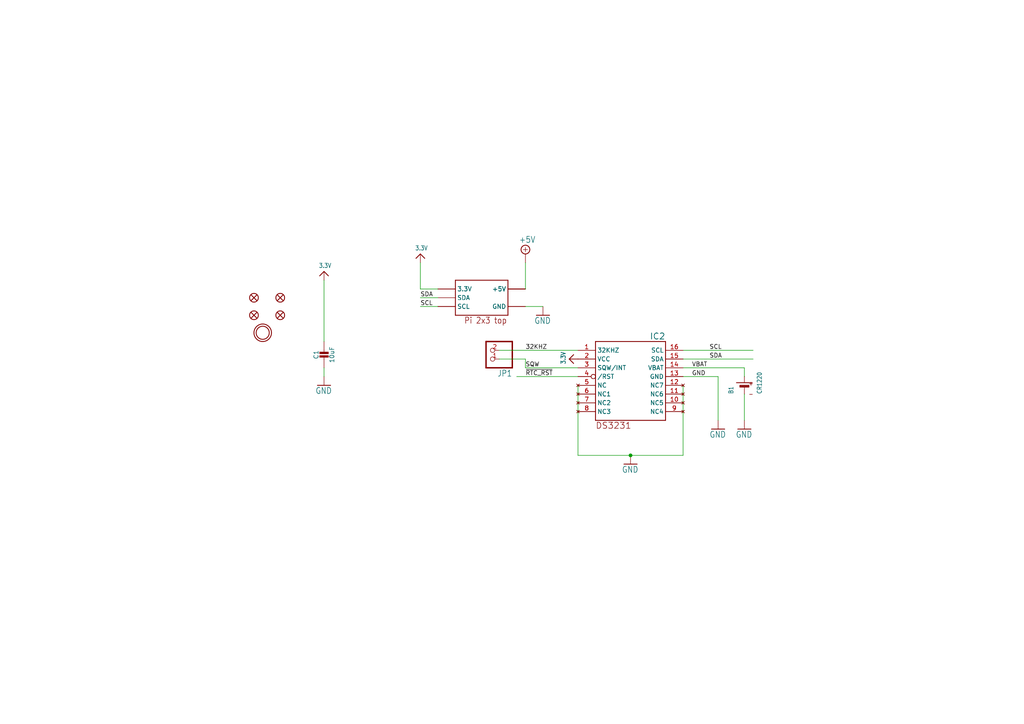
<source format=kicad_sch>
(kicad_sch (version 20230121) (generator eeschema)
  (paper "A4")
  (lib_symbols
    (symbol "working-eagle-import:+5V" (power)
      (property "Value" "+5V" (at -1.905 3.175 0))
      (symbol "+5V_1_0"
        (polyline (pts (xy -0.635 1.27) (xy 0.635 1.27)) (stroke (width 0.1524)))
        (polyline (pts (xy 0 0.635) (xy 0 1.905)) (stroke (width 0.1524)))
        (circle (center 0 1.27) (radius 1.27) (stroke (width 0.254)))
        (pin power_in line (at 0 -2.54 90) (length 2.54) (name "+5V") (number "1"))
      )
    )
    (symbol "working-eagle-import:3.3V" (power)
      (property "Value" "3.3V" (at -1.524 1.016 0))
      (symbol "3.3V_1_0"
        (polyline (pts (xy -1.27 -1.27) (xy 0 0)) (stroke (width 0.254)))
        (polyline (pts (xy 0 0) (xy 1.27 -1.27)) (stroke (width 0.254)))
        (pin power_in line (at 0 -2.54 90) (length 2.54) (name "3.3V") (number "1"))
      )
    )
    (symbol "working-eagle-import:BATTERYCR1220_SMT"
      (property "Reference" "B" (at -2.54 3.175 0))
      (symbol "BATTERYCR1220_SMT_1_0"
        (polyline (pts (xy -2.54 0) (xy -0.635 0)) (stroke (width 0.1524)))
        (polyline (pts (xy -0.508 -1.27) (xy -0.508 1.27)) (stroke (width 0.254)))
        (polyline (pts (xy -0.508 1.27) (xy -0.254 1.27)) (stroke (width 0.254)))
        (polyline (pts (xy -0.254 -1.27) (xy -0.508 -1.27)) (stroke (width 0.254)))
        (polyline (pts (xy -0.254 1.27) (xy -0.254 -1.27)) (stroke (width 0.254)))
        (polyline (pts (xy -0.254 1.27) (xy 0 1.27)) (stroke (width 0.254)))
        (polyline (pts (xy 0 -1.27) (xy -0.254 -1.27)) (stroke (width 0.254)))
        (polyline (pts (xy 0 1.27) (xy 0 -1.27)) (stroke (width 0.254)))
        (polyline (pts (xy 0.762 2.286) (xy 0.762 -2.286)) (stroke (width 0.254)))
        (polyline (pts (xy 0.889 0) (xy 2.54 0)) (stroke (width 0.1524)))
        (text "+" (at 1.27 -1.143 900) (effects (font (size 1.27 1.0795)) (justify right top)))
        (text "-" (at -1.778 -1.143 900) (effects (font (size 1.27 1.0795)) (justify right top)))
        (pin passive line (at 2.54 0 180) (length 0) (name "+") (number "+$1"))
        (pin passive line (at 2.54 0 180) (length 0) (name "+") (number "+$2"))
        (pin passive line (at -2.54 0 0) (length 0) (name "-") (number "-"))
      )
    )
    (symbol "working-eagle-import:CAP_CERAMIC0805-NOOUTLINE"
      (property "Reference" "C" (at -2.29 1.25 90))
      (symbol "CAP_CERAMIC0805-NOOUTLINE_1_0"
        (rectangle (start -1.27 0.508) (end 1.27 1.016) (fill (type outline)))
        (rectangle (start -1.27 1.524) (end 1.27 2.032) (fill (type outline)))
        (polyline (pts (xy 0 0.762) (xy 0 0)) (stroke (width 0.1524)))
        (polyline (pts (xy 0 2.54) (xy 0 1.778)) (stroke (width 0.1524)))
        (pin passive line (at 0 5.08 270) (length 2.54) (name "1") (number "1"))
        (pin passive line (at 0 -2.54 90) (length 2.54) (name "2") (number "2"))
      )
    )
    (symbol "working-eagle-import:DS3231/SO"
      (property "Reference" "IC" (at 10.16 15.24 0))
      (symbol "DS3231/SO_1_0"
        (polyline (pts (xy -10.16 -10.16) (xy -10.16 12.7)) (stroke (width 0.254)))
        (polyline (pts (xy -10.16 12.7) (xy 10.16 12.7)) (stroke (width 0.254)))
        (polyline (pts (xy 10.16 -10.16) (xy -10.16 -10.16)) (stroke (width 0.254)))
        (polyline (pts (xy 10.16 12.7) (xy 10.16 -10.16)) (stroke (width 0.254)))
        (text "DS3231" (at -10.16 -12.7 0) (effects (font (size 1.778 1.778)) (justify left bottom)))
        (pin output line (at -15.24 10.16 0) (length 5.08) (name "32KHZ") (number "1"))
        (pin no_connect line (at 15.24 -5.08 180) (length 5.08) (name "NC5") (number "10"))
        (pin no_connect line (at 15.24 -2.54 180) (length 5.08) (name "NC6") (number "11"))
        (pin no_connect line (at 15.24 0 180) (length 5.08) (name "NC7") (number "12"))
        (pin power_in line (at 15.24 2.54 180) (length 5.08) (name "GND") (number "13"))
        (pin power_in line (at 15.24 5.08 180) (length 5.08) (name "VBAT") (number "14"))
        (pin bidirectional line (at 15.24 7.62 180) (length 5.08) (name "SDA") (number "15"))
        (pin bidirectional line (at 15.24 10.16 180) (length 5.08) (name "SCL") (number "16"))
        (pin power_in line (at -15.24 7.62 0) (length 5.08) (name "VCC") (number "2"))
        (pin output line (at -15.24 5.08 0) (length 5.08) (name "SQW/INT") (number "3"))
        (pin passive inverted (at -15.24 2.54 0) (length 5.08) (name "/RST") (number "4"))
        (pin no_connect line (at -15.24 0 0) (length 5.08) (name "NC") (number "5"))
        (pin no_connect line (at -15.24 -2.54 0) (length 5.08) (name "NC1") (number "6"))
        (pin no_connect line (at -15.24 -5.08 0) (length 5.08) (name "NC2") (number "7"))
        (pin no_connect line (at -15.24 -7.62 0) (length 5.08) (name "NC3") (number "8"))
        (pin no_connect line (at 15.24 -7.62 180) (length 5.08) (name "NC4") (number "9"))
      )
    )
    (symbol "working-eagle-import:FIDUCIAL_1MM"
      (symbol "FIDUCIAL_1MM_1_0"
        (polyline (pts (xy -0.762 0.762) (xy 0.762 -0.762)) (stroke (width 0.254)))
        (polyline (pts (xy 0.762 0.762) (xy -0.762 -0.762)) (stroke (width 0.254)))
        (circle (center 0 0) (radius 1.27) (stroke (width 0.254)))
      )
    )
    (symbol "working-eagle-import:GND" (power)
      (property "Value" "GND" (at -2.54 -2.54 0))
      (symbol "GND_1_0"
        (polyline (pts (xy -1.905 0) (xy 1.905 0)) (stroke (width 0.254)))
        (pin power_in line (at 0 2.54 270) (length 2.54) (name "GND") (number "1"))
      )
    )
    (symbol "working-eagle-import:HEADER-1X2ROUND"
      (property "Reference" "JP" (at -6.35 5.715 0))
      (symbol "HEADER-1X2ROUND_1_0"
        (polyline (pts (xy -6.35 -2.54) (xy 1.27 -2.54)) (stroke (width 0.4064)))
        (polyline (pts (xy -6.35 5.08) (xy -6.35 -2.54)) (stroke (width 0.4064)))
        (polyline (pts (xy 1.27 -2.54) (xy 1.27 5.08)) (stroke (width 0.4064)))
        (polyline (pts (xy 1.27 5.08) (xy -6.35 5.08)) (stroke (width 0.4064)))
        (pin passive inverted (at -2.54 2.54 0) (length 2.54) (name "1") (number "1"))
        (pin passive inverted (at -2.54 0 0) (length 2.54) (name "2") (number "2"))
      )
    )
    (symbol "working-eagle-import:MOUNTINGHOLE3.0THIN"
      (symbol "MOUNTINGHOLE3.0THIN_1_0"
        (circle (center 0 0) (radius 1.905) (stroke (width 0.254)))
        (circle (center 0 0) (radius 2.54) (stroke (width 0.254)))
      )
    )
    (symbol "working-eagle-import:RASPBERRYPI_2X3"
      (symbol "RASPBERRYPI_2X3_1_0"
        (polyline (pts (xy -7.62 -5.08) (xy -7.62 5.08)) (stroke (width 0.254)))
        (polyline (pts (xy -7.62 5.08) (xy 7.62 5.08)) (stroke (width 0.254)))
        (polyline (pts (xy 7.62 -5.08) (xy -7.62 -5.08)) (stroke (width 0.254)))
        (polyline (pts (xy 7.62 5.08) (xy 7.62 -5.08)) (stroke (width 0.254)))
        (text "Pi 2x3 top" (at -5.08 -7.62 0) (effects (font (size 1.778 1.5113)) (justify left bottom)))
        (pin bidirectional line (at -12.7 2.54 0) (length 5.08) (name "3.3V") (number "1"))
        (pin bidirectional line (at -12.7 2.54 0) (length 5.08) (name "3.3V") (number "1'"))
        (pin bidirectional line (at 12.7 2.54 180) (length 5.08) (name "+5V") (number "2"))
        (pin bidirectional line (at 12.7 2.54 180) (length 5.08) (name "+5V") (number "2'"))
        (pin bidirectional line (at -12.7 0 0) (length 5.08) (name "SDA") (number "3"))
        (pin bidirectional line (at -12.7 0 0) (length 5.08) (name "SDA") (number "3'"))
        (pin bidirectional line (at 12.7 2.54 180) (length 5.08) (name "+5V") (number "4"))
        (pin bidirectional line (at 12.7 2.54 180) (length 5.08) (name "+5V") (number "4'"))
        (pin bidirectional line (at -12.7 -2.54 0) (length 5.08) (name "SCL") (number "5"))
        (pin bidirectional line (at -12.7 -2.54 0) (length 5.08) (name "SCL") (number "5'"))
        (pin bidirectional line (at 12.7 -2.54 180) (length 5.08) (name "GND") (number "6"))
        (pin bidirectional line (at 12.7 -2.54 180) (length 5.08) (name "GND") (number "6'"))
      )
    )
  )
  (junction (at 182.88 132.08))
  (wire (pts (xy 198.12 111.76) (xy 198.12 132.08)) (stroke (width 0.1524)))
  (wire (pts (xy 167.64 132.08) (xy 182.88 132.08)) (stroke (width 0.1524)))
  (wire (pts (xy 167.64 111.76) (xy 167.64 132.08)) (stroke (width 0.1524)))
  (wire (pts (xy 121.92 88.9) (xy 127 88.9)) (stroke (width 0.1524)))
  (wire (pts (xy 215.9 109.22) (xy 215.9 106.68)) (stroke (width 0.1524)))
  (wire (pts (xy 182.88 132.08) (xy 198.12 132.08)) (stroke (width 0.1524)))
  (wire (pts (xy 121.92 83.82) (xy 121.92 76.2)) (stroke (width 0.1524)))
  (wire (pts (xy 144.78 101.6) (xy 167.64 101.6)) (stroke (width 0.1524)))
  (wire (pts (xy 127 86.36) (xy 121.92 86.36)) (stroke (width 0.1524)))
  (wire (pts (xy 208.28 121.92) (xy 208.28 109.22)) (stroke (width 0.1524)))
  (wire (pts (xy 218.44 104.14) (xy 198.12 104.14)) (stroke (width 0.1524)))
  (wire (pts (xy 198.12 106.68) (xy 215.9 106.68)) (stroke (width 0.1524)))
  (wire (pts (xy 152.4 104.14) (xy 144.78 104.14)) (stroke (width 0.1524)))
  (wire (pts (xy 215.9 114.3) (xy 215.9 121.92)) (stroke (width 0.1524)))
  (wire (pts (xy 198.12 109.22) (xy 208.28 109.22)) (stroke (width 0.1524)))
  (wire (pts (xy 149.86 109.22) (xy 167.64 109.22)) (stroke (width 0.1524)))
  (wire (pts (xy 152.4 106.68) (xy 167.64 106.68)) (stroke (width 0.1524)))
  (wire (pts (xy 152.4 106.68) (xy 152.4 104.14)) (stroke (width 0.1524)))
  (wire (pts (xy 93.98 99.06) (xy 93.98 81.28)) (stroke (width 0.1524)))
  (wire (pts (xy 152.4 76.2) (xy 152.4 83.82)) (stroke (width 0.1524)))
  (wire (pts (xy 93.98 109.22) (xy 93.98 106.68)) (stroke (width 0.1524)))
  (wire (pts (xy 127 83.82) (xy 121.92 83.82)) (stroke (width 0.1524)))
  (wire (pts (xy 152.4 88.9) (xy 157.48 88.9)) (stroke (width 0.1524)))
  (wire (pts (xy 198.12 101.6) (xy 218.44 101.6)) (stroke (width 0.1524)))
  (label "SCL" (at 121.92 88.9 0) (effects (font (size 1.2446 1.2446))))
  (label "SDA" (at 121.92 86.36 0) (effects (font (size 1.2446 1.2446))))
  (label "SQW" (at 152.4 106.68 0) (effects (font (size 1.2446 1.2446))))
  (label "SDA" (at 205.74 104.14 0) (effects (font (size 1.2446 1.2446))))
  (label "~{RTC_RST}" (at 152.4 109.22 0) (effects (font (size 1.2446 1.2446))))
  (label "GND" (at 200.66 109.22 0) (effects (font (size 1.2446 1.2446))))
  (label "32KHZ" (at 152.4 101.6 0) (effects (font (size 1.2446 1.2446))))
  (label "VBAT" (at 200.66 106.68 0) (effects (font (size 1.2446 1.2446))))
  (label "SCL" (at 205.74 101.6 0) (effects (font (size 1.2446 1.2446))))
  (symbol (lib_id "working-eagle-import:GND") (at 182.88 134.62 0) (unit 1)
    (property "Reference" "#GND1" (effects hide))
    (property "Value" "GND" (at 180.34 137.16 0) (effects (font (size 1.778 1.5113)) (justify left bottom)))
  )
  (symbol (lib_id "working-eagle-import:3.3V") (at 165.1 104.14 90) (unit 1)
    (property "Reference" "#U$6" (effects hide))
    (property "Value" "3.3V" (at 164.084 105.664 0) (effects (font (size 1.27 1.0795)) (justify left bottom)))
  )
  (symbol (lib_id "working-eagle-import:GND") (at 93.98 111.76 0) (unit 1)
    (property "Reference" "#GND2" (effects hide))
    (property "Value" "GND" (at 91.44 114.3 0) (effects (font (size 1.778 1.5113)) (justify left bottom)))
  )
  (symbol (lib_id "working-eagle-import:+5V") (at 152.4 73.66 0) (unit 1)
    (property "Reference" "#SUPPLY1" (effects hide))
    (property "Value" "+5V" (at 150.495 70.485 0) (effects (font (size 1.778 1.5113)) (justify left bottom)))
  )
  (symbol (lib_id "working-eagle-import:3.3V") (at 121.92 73.66 0) (unit 1)
    (property "Reference" "#U$5" (effects hide))
    (property "Value" "3.3V" (at 120.396 72.644 0) (effects (font (size 1.27 1.0795)) (justify left bottom)))
  )
  (symbol (lib_id "working-eagle-import:FIDUCIAL_1MM") (at 81.28 91.44 0) (unit 1)
    (property "Reference" "FID2" (effects hide))
    (property "Value" "FIDUCIAL_1MM" (effects hide))
    (property "Footprint" "working:FIDUCIAL_1MM" (effects hide))
  )
  (symbol (lib_id "working-eagle-import:DS3231/SO") (at 182.88 111.76 0) (unit 1)
    (property "Reference" "IC2" (at 193.04 96.52 0) (effects (font (size 1.778 1.778)) (justify right top)))
    (property "Value" "DS3231/SO" (effects hide))
    (property "Footprint" "working:SO16W" (effects hide))
  )
  (symbol (lib_id "working-eagle-import:FIDUCIAL_1MM") (at 73.66 86.36 0) (unit 1)
    (property "Reference" "FID3" (effects hide))
    (property "Value" "FIDUCIAL_1MM" (effects hide))
    (property "Footprint" "working:FIDUCIAL_1MM" (effects hide))
  )
  (symbol (lib_id "working-eagle-import:CAP_CERAMIC0805-NOOUTLINE") (at 93.98 104.14 0) (unit 1)
    (property "Reference" "C1" (at 91.69 102.89 90))
    (property "Value" "10uF" (at 96.28 102.89 90))
    (property "Footprint" "working:0805-NO" (effects hide))
  )
  (symbol (lib_id "working-eagle-import:BATTERYCR1220_SMT") (at 215.9 111.76 90) (unit 1)
    (property "Reference" "B1" (at 212.725 114.3 0) (effects (font (size 1.27 1.0795)) (justify left bottom)))
    (property "Value" "CR1220" (at 220.98 114.3 0) (effects (font (size 1.27 1.0795)) (justify left bottom)))
    (property "Footprint" "working:CR1220" (effects hide))
  )
  (symbol (lib_id "working-eagle-import:3.3V") (at 93.98 78.74 0) (unit 1)
    (property "Reference" "#U$1" (effects hide))
    (property "Value" "3.3V" (at 92.456 77.724 0) (effects (font (size 1.27 1.0795)) (justify left bottom)))
  )
  (symbol (lib_id "working-eagle-import:GND") (at 215.9 124.46 0) (unit 1)
    (property "Reference" "#GND17" (effects hide))
    (property "Value" "GND" (at 213.36 127 0) (effects (font (size 1.778 1.5113)) (justify left bottom)))
  )
  (symbol (lib_id "working-eagle-import:GND") (at 157.48 91.44 0) (unit 1)
    (property "Reference" "#GND3" (effects hide))
    (property "Value" "GND" (at 154.94 93.98 0) (effects (font (size 1.778 1.5113)) (justify left bottom)))
  )
  (symbol (lib_id "working-eagle-import:HEADER-1X2ROUND") (at 142.24 101.6 180) (unit 1)
    (property "Reference" "JP1" (at 148.59 107.315 0) (effects (font (size 1.778 1.5113)) (justify left bottom)))
    (property "Value" "HEADER-1X2ROUND" (effects hide))
    (property "Footprint" "working:1X02_ROUND" (effects hide))
  )
  (symbol (lib_id "working-eagle-import:MOUNTINGHOLE3.0THIN") (at 76.2 96.52 0) (unit 1)
    (property "Reference" "U$4" (effects hide))
    (property "Value" "MOUNTINGHOLE3.0THIN" (effects hide))
    (property "Footprint" "working:MOUNTINGHOLE_3.0_PLATEDTHIN" (effects hide))
  )
  (symbol (lib_id "working-eagle-import:RASPBERRYPI_2X3") (at 139.7 86.36 0) (unit 1)
    (property "Reference" "RPI1" (effects hide))
    (property "Value" "RASPBERRYPI_2X3" (effects hide))
    (property "Footprint" "working:RASPBERRYPI_2X3_THMSMT" (effects hide))
  )
  (symbol (lib_id "working-eagle-import:FIDUCIAL_1MM") (at 73.66 91.44 0) (unit 1)
    (property "Reference" "FID1" (effects hide))
    (property "Value" "FIDUCIAL_1MM" (effects hide))
    (property "Footprint" "working:FIDUCIAL_1MM" (effects hide))
  )
  (symbol (lib_id "working-eagle-import:GND") (at 208.28 124.46 0) (unit 1)
    (property "Reference" "#GND16" (effects hide))
    (property "Value" "GND" (at 205.74 127 0) (effects (font (size 1.778 1.5113)) (justify left bottom)))
  )
  (symbol (lib_id "working-eagle-import:FIDUCIAL_1MM") (at 81.28 86.36 0) (unit 1)
    (property "Reference" "FID4" (effects hide))
    (property "Value" "FIDUCIAL_1MM" (effects hide))
    (property "Footprint" "working:FIDUCIAL_1MM" (effects hide))
  )
)
</source>
